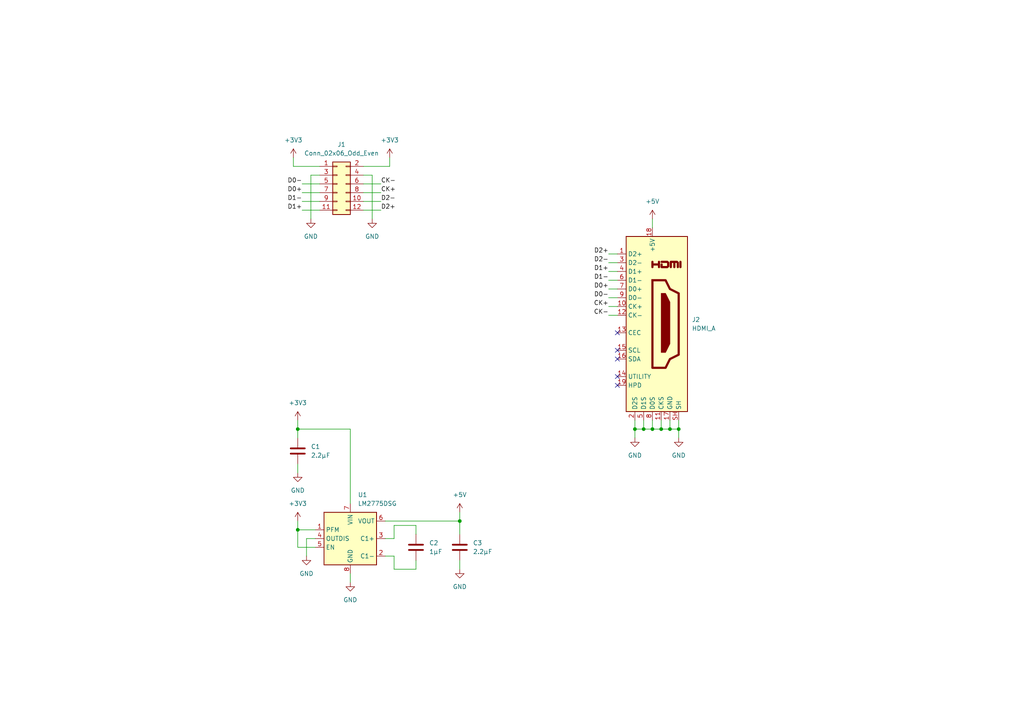
<source format=kicad_sch>
(kicad_sch (version 20231120) (generator "eeschema") (generator_version "8.0")
  (paper "A4")
  (title_block (title "HDMI Pmod") (date "2024-02-18") (rev "v1.0") (company "Spark Engineering"))
  (lib_symbols
    (symbol "Connector:HDMI_A"
      (property "Reference" "J" (at -6.35 26.67 0))
      (property "Value" "HDMI_A" (at 10.16 26.67 0))
      (symbol "HDMI_A_0_0"
        (polyline (pts (xy 8.128 16.51) (xy 8.128 18.034)) (stroke (width 0.635)))
        (polyline (pts (xy 0 16.51) (xy 0 18.034) (xy 0 17.272) (xy 1.905 17.272) (xy 1.905 18.034) (xy 1.905 16.51)) (stroke (width 0.635)))
        (polyline (pts (xy 2.667 18.034) (xy 4.318 18.034) (xy 4.572 17.78) (xy 4.572 16.764) (xy 4.318 16.51) (xy 2.667 16.51) (xy 2.667 17.272)) (stroke (width 0.635)))
      )
      (symbol "HDMI_A_0_1"
        (rectangle (start -7.62 25.4) (end 10.16 -25.4) (stroke (width 0.254)) (fill (type background)))
        (polyline (pts (xy 2.54 8.89) (xy 3.81 8.89) (xy 5.08 6.35) (xy 5.08 -5.715) (xy 3.81 -8.255) (xy 2.54 -8.255) (xy 2.54 8.89)) (fill (type outline)))
        (polyline (pts (xy 5.334 16.51) (xy 5.334 18.034) (xy 6.35 18.034) (xy 6.35 16.51) (xy 6.35 18.034) (xy 7.112 18.034) (xy 7.366 17.78) (xy 7.366 16.51)) (stroke (width 0.635)))
        (polyline (pts (xy 0 12.7) (xy 0 -12.7) (xy 3.81 -12.7) (xy 5.08 -10.16) (xy 7.62 -8.89) (xy 7.62 8.89) (xy 5.08 10.16) (xy 3.81 12.7) (xy 0 12.7)) (stroke (width 0.635)))
      )
      (symbol "HDMI_A_1_1"
        (pin passive line (at -10.16 20.32 0) (length 2.54) (name "D2+") (number "1"))
        (pin passive line (at -10.16 5.08 0) (length 2.54) (name "CK+") (number "10"))
        (pin power_in line (at 2.54 -27.94 90) (length 2.54) (name "CKS") (number "11"))
        (pin passive line (at -10.16 2.54 0) (length 2.54) (name "CK-") (number "12"))
        (pin bidirectional line (at -10.16 -2.54 0) (length 2.54) (name "CEC") (number "13"))
        (pin passive line (at -10.16 -15.24 0) (length 2.54) (name "UTILITY") (number "14"))
        (pin passive line (at -10.16 -7.62 0) (length 2.54) (name "SCL") (number "15"))
        (pin bidirectional line (at -10.16 -10.16 0) (length 2.54) (name "SDA") (number "16"))
        (pin power_in line (at 5.08 -27.94 90) (length 2.54) (name "GND") (number "17"))
        (pin power_in line (at 0 27.94 270) (length 2.54) (name "+5V") (number "18"))
        (pin passive line (at -10.16 -17.78 0) (length 2.54) (name "HPD") (number "19"))
        (pin power_in line (at -5.08 -27.94 90) (length 2.54) (name "D2S") (number "2"))
        (pin passive line (at -10.16 17.78 0) (length 2.54) (name "D2-") (number "3"))
        (pin passive line (at -10.16 15.24 0) (length 2.54) (name "D1+") (number "4"))
        (pin power_in line (at -2.54 -27.94 90) (length 2.54) (name "D1S") (number "5"))
        (pin passive line (at -10.16 12.7 0) (length 2.54) (name "D1-") (number "6"))
        (pin passive line (at -10.16 10.16 0) (length 2.54) (name "D0+") (number "7"))
        (pin power_in line (at 0 -27.94 90) (length 2.54) (name "D0S") (number "8"))
        (pin passive line (at -10.16 7.62 0) (length 2.54) (name "D0-") (number "9"))
        (pin passive line (at 7.62 -27.94 90) (length 2.54) (name "SH") (number "SH"))
      )
    )
    (symbol "Connector_Generic:Conn_02x06_Odd_Even" (pin_names (offset 1.016) hide)
      (property "Reference" "J" (at 1.27 7.62 0))
      (property "Value" "Conn_02x06_Odd_Even" (at 1.27 -10.16 0))
      (symbol "Conn_02x06_Odd_Even_1_1"
        (rectangle (start -1.27 -7.493) (end 0 -7.747) (stroke (width 0.1524)))
        (rectangle (start -1.27 -4.953) (end 0 -5.207) (stroke (width 0.1524)))
        (rectangle (start -1.27 -2.413) (end 0 -2.667) (stroke (width 0.1524)))
        (rectangle (start -1.27 0.127) (end 0 -0.127) (stroke (width 0.1524)))
        (rectangle (start -1.27 2.667) (end 0 2.413) (stroke (width 0.1524)))
        (rectangle (start -1.27 5.207) (end 0 4.953) (stroke (width 0.1524)))
        (rectangle (start -1.27 6.35) (end 3.81 -8.89) (stroke (width 0.254)) (fill (type background)))
        (rectangle (start 3.81 -7.493) (end 2.54 -7.747) (stroke (width 0.1524)))
        (rectangle (start 3.81 -4.953) (end 2.54 -5.207) (stroke (width 0.1524)))
        (rectangle (start 3.81 -2.413) (end 2.54 -2.667) (stroke (width 0.1524)))
        (rectangle (start 3.81 0.127) (end 2.54 -0.127) (stroke (width 0.1524)))
        (rectangle (start 3.81 2.667) (end 2.54 2.413) (stroke (width 0.1524)))
        (rectangle (start 3.81 5.207) (end 2.54 4.953) (stroke (width 0.1524)))
        (pin passive line (at -5.08 5.08 0) (length 3.81) (name "Pin_1") (number "1"))
        (pin passive line (at 7.62 -5.08 180) (length 3.81) (name "Pin_10") (number "10"))
        (pin passive line (at -5.08 -7.62 0) (length 3.81) (name "Pin_11") (number "11"))
        (pin passive line (at 7.62 -7.62 180) (length 3.81) (name "Pin_12") (number "12"))
        (pin passive line (at 7.62 5.08 180) (length 3.81) (name "Pin_2") (number "2"))
        (pin passive line (at -5.08 2.54 0) (length 3.81) (name "Pin_3") (number "3"))
        (pin passive line (at 7.62 2.54 180) (length 3.81) (name "Pin_4") (number "4"))
        (pin passive line (at -5.08 0 0) (length 3.81) (name "Pin_5") (number "5"))
        (pin passive line (at 7.62 0 180) (length 3.81) (name "Pin_6") (number "6"))
        (pin passive line (at -5.08 -2.54 0) (length 3.81) (name "Pin_7") (number "7"))
        (pin passive line (at 7.62 -2.54 180) (length 3.81) (name "Pin_8") (number "8"))
        (pin passive line (at -5.08 -5.08 0) (length 3.81) (name "Pin_9") (number "9"))
      )
    )
    (symbol "Device:C" (pin_numbers hide) (pin_names (offset 0.254))
      (property "Reference" "C" (at 0.635 2.54 0))
      (property "Value" "C" (at 0.635 -2.54 0))
      (symbol "C_0_1"
        (polyline (pts (xy -2.032 -0.762) (xy 2.032 -0.762)) (stroke (width 0.508)))
        (polyline (pts (xy -2.032 0.762) (xy 2.032 0.762)) (stroke (width 0.508)))
      )
      (symbol "C_1_1"
        (pin passive line (at 0 3.81 270) (length 2.794) (name "~") (number "1"))
        (pin passive line (at 0 -3.81 90) (length 2.794) (name "~") (number "2"))
      )
    )
    (symbol "Regulator_SwitchedCapacitor:LM2775DSG"
      (property "Reference" "U" (at -7.62 8.89 0))
      (property "Value" "LM2775DSG" (at 6.35 8.89 0))
      (symbol "LM2775DSG_0_1"
        (rectangle (start -7.62 7.62) (end 7.62 -7.62) (stroke (width 0.254)) (fill (type background)))
      )
      (symbol "LM2775DSG_1_1"
        (pin input line (at -10.16 2.54 0) (length 2.54) (name "PFM") (number "1"))
        (pin passive line (at 10.16 -5.08 180) (length 2.54) (name "C1-") (number "2"))
        (pin passive line (at 10.16 0 180) (length 2.54) (name "C1+") (number "3"))
        (pin input line (at -10.16 0 0) (length 2.54) (name "OUTDIS") (number "4"))
        (pin input line (at -10.16 -2.54 0) (length 2.54) (name "EN") (number "5"))
        (pin power_out line (at 10.16 5.08 180) (length 2.54) (name "VOUT") (number "6"))
        (pin power_in line (at 0 10.16 270) (length 2.54) (name "VIN") (number "7"))
        (pin power_in line (at 0 -10.16 90) (length 2.54) (name "GND") (number "8"))
        (pin passive line (at 0 -10.16 90) (length 2.54) hide (name "GND") (number "9"))
      )
    )
    (symbol "power:+3V3" (power) (pin_names (offset 0))
      (property "Value" "+3V3" (at 0 3.556 0))
      (symbol "+3V3_0_1"
        (polyline (pts (xy -0.762 1.27) (xy 0 2.54)))
        (polyline (pts (xy 0 0) (xy 0 2.54)))
        (polyline (pts (xy 0 2.54) (xy 0.762 1.27)))
      )
      (symbol "+3V3_1_1"
        (pin power_in line (at 0 0 90) (length 0) hide (name "+3V3") (number "1"))
      )
    )
    (symbol "power:+5V" (power) (pin_names (offset 0))
      (property "Value" "+5V" (at 0 3.556 0))
      (symbol "+5V_0_1"
        (polyline (pts (xy -0.762 1.27) (xy 0 2.54)))
        (polyline (pts (xy 0 0) (xy 0 2.54)))
        (polyline (pts (xy 0 2.54) (xy 0.762 1.27)))
      )
      (symbol "+5V_1_1"
        (pin power_in line (at 0 0 90) (length 0) hide (name "+5V") (number "1"))
      )
    )
    (symbol "power:GND" (power) (pin_names (offset 0))
      (property "Value" "GND" (at 0 -3.81 0))
      (symbol "GND_0_1"
        (polyline (pts (xy 0 0) (xy 0 -1.27) (xy 1.27 -1.27) (xy 0 -2.54) (xy -1.27 -1.27) (xy 0 -1.27)))
      )
      (symbol "GND_1_1"
        (pin power_in line (at 0 0 270) (length 0) hide (name "GND") (number "1"))
      )
    )
  )
  (junction (at 86.36 124.46))
  (junction (at 133.35 151.13))
  (junction (at 191.77 124.46))
  (junction (at 86.36 153.67))
  (junction (at 186.69 124.46))
  (junction (at 189.23 124.46))
  (junction (at 196.85 124.46))
  (junction (at 194.31 124.46))
  (junction (at 184.15 124.46))
  (no_connect (at 179.07 111.76))
  (no_connect (at 179.07 96.52))
  (no_connect (at 179.07 104.14))
  (no_connect (at 179.07 101.6))
  (no_connect (at 179.07 109.22))
  (wire (pts (xy 189.23 121.92) (xy 189.23 124.46)))
  (wire (pts (xy 194.31 121.92) (xy 194.31 124.46)))
  (wire (pts (xy 105.41 55.88) (xy 110.49 55.88)))
  (wire (pts (xy 189.23 63.5) (xy 189.23 66.04)))
  (wire (pts (xy 176.53 91.44) (xy 179.07 91.44)))
  (wire (pts (xy 191.77 121.92) (xy 191.77 124.46)))
  (wire (pts (xy 186.69 124.46) (xy 189.23 124.46)))
  (wire (pts (xy 176.53 81.28) (xy 179.07 81.28)))
  (wire (pts (xy 176.53 78.74) (xy 179.07 78.74)))
  (wire (pts (xy 191.77 124.46) (xy 194.31 124.46)))
  (wire (pts (xy 86.36 124.46) (xy 101.6 124.46)))
  (wire (pts (xy 194.31 124.46) (xy 196.85 124.46)))
  (wire (pts (xy 87.63 60.96) (xy 92.71 60.96)))
  (wire (pts (xy 176.53 73.66) (xy 179.07 73.66)))
  (wire (pts (xy 196.85 124.46) (xy 196.85 127)))
  (wire (pts (xy 86.36 151.13) (xy 86.36 153.67)))
  (wire (pts (xy 184.15 121.92) (xy 184.15 124.46)))
  (wire (pts (xy 85.09 48.26) (xy 85.09 45.72)))
  (wire (pts (xy 176.53 86.36) (xy 179.07 86.36)))
  (wire (pts (xy 101.6 166.37) (xy 101.6 168.91)))
  (wire (pts (xy 114.3 161.29) (xy 114.3 165.1)))
  (wire (pts (xy 184.15 127) (xy 184.15 124.46)))
  (wire (pts (xy 133.35 148.59) (xy 133.35 151.13)))
  (wire (pts (xy 86.36 134.62) (xy 86.36 137.16)))
  (wire (pts (xy 90.17 50.8) (xy 90.17 63.5)))
  (wire (pts (xy 120.65 165.1) (xy 120.65 162.56)))
  (wire (pts (xy 105.41 53.34) (xy 110.49 53.34)))
  (wire (pts (xy 91.44 156.21) (xy 88.9 156.21)))
  (wire (pts (xy 176.53 83.82) (xy 179.07 83.82)))
  (wire (pts (xy 87.63 58.42) (xy 92.71 58.42)))
  (wire (pts (xy 176.53 76.2) (xy 179.07 76.2)))
  (wire (pts (xy 133.35 154.94) (xy 133.35 151.13)))
  (wire (pts (xy 105.41 60.96) (xy 110.49 60.96)))
  (wire (pts (xy 189.23 124.46) (xy 191.77 124.46)))
  (wire (pts (xy 105.41 48.26) (xy 113.03 48.26)))
  (wire (pts (xy 111.76 161.29) (xy 114.3 161.29)))
  (wire (pts (xy 184.15 124.46) (xy 186.69 124.46)))
  (wire (pts (xy 111.76 156.21) (xy 114.3 156.21)))
  (wire (pts (xy 114.3 152.4) (xy 114.3 156.21)))
  (wire (pts (xy 90.17 50.8) (xy 92.71 50.8)))
  (wire (pts (xy 120.65 154.94) (xy 120.65 152.4)))
  (wire (pts (xy 133.35 162.56) (xy 133.35 165.1)))
  (wire (pts (xy 87.63 53.34) (xy 92.71 53.34)))
  (wire (pts (xy 105.41 50.8) (xy 107.95 50.8)))
  (wire (pts (xy 85.09 48.26) (xy 92.71 48.26)))
  (wire (pts (xy 86.36 153.67) (xy 91.44 153.67)))
  (wire (pts (xy 114.3 165.1) (xy 120.65 165.1)))
  (wire (pts (xy 133.35 151.13) (xy 111.76 151.13)))
  (wire (pts (xy 196.85 124.46) (xy 196.85 121.92)))
  (wire (pts (xy 113.03 45.72) (xy 113.03 48.26)))
  (wire (pts (xy 105.41 58.42) (xy 110.49 58.42)))
  (wire (pts (xy 87.63 55.88) (xy 92.71 55.88)))
  (wire (pts (xy 88.9 156.21) (xy 88.9 161.29)))
  (wire (pts (xy 86.36 124.46) (xy 86.36 121.92)))
  (wire (pts (xy 91.44 158.75) (xy 86.36 158.75)))
  (wire (pts (xy 120.65 152.4) (xy 114.3 152.4)))
  (wire (pts (xy 186.69 121.92) (xy 186.69 124.46)))
  (wire (pts (xy 176.53 88.9) (xy 179.07 88.9)))
  (wire (pts (xy 86.36 153.67) (xy 86.36 158.75)))
  (wire (pts (xy 101.6 124.46) (xy 101.6 146.05)))
  (wire (pts (xy 86.36 127) (xy 86.36 124.46)))
  (wire (pts (xy 107.95 50.8) (xy 107.95 63.5)))
  (label "D0-" (at 87.63 53.34 180))
  (label "CK+" (at 176.53 88.9 180))
  (label "D0-" (at 176.53 86.36 180))
  (label "D1-" (at 176.53 81.28 180))
  (label "D0+" (at 176.53 83.82 180))
  (label "D1-" (at 87.63 58.42 180))
  (label "D2-" (at 110.49 58.42 0))
  (label "D2+" (at 110.49 60.96 0))
  (label "D1+" (at 176.53 78.74 180))
  (label "D1+" (at 87.63 60.96 180))
  (label "CK-" (at 110.49 53.34 0))
  (label "D2+" (at 176.53 73.66 180))
  (label "CK-" (at 176.53 91.44 180))
  (label "D2-" (at 176.53 76.2 180))
  (label "CK+" (at 110.49 55.88 0))
  (label "D0+" (at 87.63 55.88 180))
  (symbol (lib_id "Device:C") (at 120.65 158.75 0) (unit 1)
    (property "Reference" "C2" (at 124.46 157.48 0) (effects (justify left)))
    (property "Value" "1µF" (at 124.46 160.02 0) (effects (justify left)))
    (property "Footprint" "Capacitor_SMD:C_0402_1005Metric" (effects (hide yes)))
    (property "MPN" "GRM155R61C105KA12D" (effects (hide yes)))
    (property "MFG" "Murata Electronics" (effects (hide yes)))
    (property "OC_Mouser" "81-GRM155R61C105KA2D" (effects (hide yes)))
    (property "OC_LCSC" "C77006" (effects (hide yes)))
  )
  (symbol (lib_id "power:+3V3") (at 85.09 45.72 0) (unit 1)
    (property "Reference" "#PWR01" (effects (hide yes)))
    (property "Value" "+3V3" (at 85.09 40.64 0))
  )
  (symbol (lib_id "Connector_Generic:Conn_02x06_Odd_Even") (at 97.79 53.34 0) (unit 1)
    (property "Reference" "J1" (at 99.06 41.91 0))
    (property "Value" "Conn_02x06_Odd_Even" (at 99.06 44.45 0))
    (property "Footprint" "hdmi-pmod:PinHeader_2x06_P2.54mm_Horizontal" (effects (hide yes)))
    (property "MPN" "826634-6" (effects (hide yes)))
    (property "MFG" "TE Connectivity" (effects (hide yes)))
    (property "OC_Mouser" "571-826634-6" (effects (hide yes)))
  )
  (symbol (lib_id "Device:C") (at 133.35 158.75 0) (unit 1)
    (property "Reference" "C3" (at 137.16 157.48 0) (effects (justify left)))
    (property "Value" "2.2µF" (at 137.16 160.02 0) (effects (justify left)))
    (property "Footprint" "Capacitor_SMD:C_0402_1005Metric" (effects (hide yes)))
    (property "MPN" "GRM155R61C225KE11D" (effects (hide yes)))
    (property "MFG" "Murata Electronics" (effects (hide yes)))
    (property "OC_Mouser" "81-GRM155R61C225KE1D" (effects (hide yes)))
    (property "OC_LCSC" "C88944" (effects (hide yes)))
  )
  (symbol (lib_id "power:GND") (at 196.85 127 0) (unit 1)
    (property "Reference" "#PWR014" (effects (hide yes)))
    (property "Value" "GND" (at 196.85 132.08 0))
  )
  (symbol (lib_id "power:+5V") (at 189.23 63.5 0) (unit 1)
    (property "Reference" "#PWR013" (effects (hide yes)))
    (property "Value" "+5V" (at 189.23 58.42 0))
  )
  (symbol (lib_id "power:GND") (at 107.95 63.5 0) (unit 1)
    (property "Reference" "#PWR08" (effects (hide yes)))
    (property "Value" "GND" (at 107.95 68.58 0))
  )
  (symbol (lib_id "Device:C") (at 86.36 130.81 0) (unit 1)
    (property "Reference" "C1" (at 90.17 129.54 0) (effects (justify left)))
    (property "Value" "2.2µF" (at 90.17 132.08 0) (effects (justify left)))
    (property "Footprint" "Capacitor_SMD:C_0402_1005Metric" (effects (hide yes)))
    (property "MPN" "GRM155R61C225KE11D" (effects (hide yes)))
    (property "MFG" "Murata Electronics" (effects (hide yes)))
    (property "OC_Mouser" "81-GRM155R61C225KE1D" (effects (hide yes)))
    (property "OC_LCSC" "C88944" (effects (hide yes)))
  )
  (symbol (lib_id "power:GND") (at 101.6 168.91 0) (unit 1)
    (property "Reference" "#PWR07" (effects (hide yes)))
    (property "Value" "GND" (at 101.6 173.99 0))
  )
  (symbol (lib_id "power:+5V") (at 133.35 148.59 0) (unit 1)
    (property "Reference" "#PWR010" (effects (hide yes)))
    (property "Value" "+5V" (at 133.35 143.51 0))
  )
  (symbol (lib_id "power:+3V3") (at 113.03 45.72 0) (unit 1)
    (property "Reference" "#PWR09" (effects (hide yes)))
    (property "Value" "+3V3" (at 113.03 40.64 0))
  )
  (symbol (lib_id "Connector:HDMI_A") (at 189.23 93.98 0) (unit 1)
    (property "Reference" "J2" (at 200.66 92.71 0) (effects (justify left)))
    (property "Value" "HDMI_A" (at 200.66 95.25 0) (effects (justify left)))
    (property "Footprint" "hdmi-pmod:HDMI_A_Molex_208658-1001_Horizontal" (effects (hide yes)))
    (property "MPN" "208658-1001" (effects (hide yes)))
    (property "MFG" "Molex" (effects (hide yes)))
    (property "OC_Mouser" "538-208658-1001" (effects (hide yes)))
  )
  (symbol (lib_id "power:GND") (at 88.9 161.29 0) (unit 1)
    (property "Reference" "#PWR05" (effects (hide yes)))
    (property "Value" "GND" (at 88.9 166.37 0))
  )
  (symbol (lib_id "Regulator_SwitchedCapacitor:LM2775DSG") (at 101.6 156.21 0) (unit 1)
    (property "Reference" "U1" (at 103.7941 143.51 0) (effects (justify left)))
    (property "Value" "LM2775DSG" (at 103.7941 146.05 0) (effects (justify left)))
    (property "Footprint" "Package_SON:WSON-8-1EP_2x2mm_P0.5mm_EP0.9x1.6mm" (effects (hide yes)))
    (property "MPN" "LM2775DSGT" (effects (hide yes)))
    (property "MFG" "Texas Instruments" (effects (hide yes)))
    (property "OC_Mouser" "595-LM2775DSGT" (effects (hide yes)))
    (property "OC_LCSC" "C2070762" (effects (hide yes)))
  )
  (symbol (lib_id "power:+3V3") (at 86.36 151.13 0) (unit 1)
    (property "Reference" "#PWR04" (effects (hide yes)))
    (property "Value" "+3V3" (at 86.36 146.05 0))
  )
  (symbol (lib_id "power:GND") (at 90.17 63.5 0) (unit 1)
    (property "Reference" "#PWR06" (effects (hide yes)))
    (property "Value" "GND" (at 90.17 68.58 0))
  )
  (symbol (lib_id "power:+3V3") (at 86.36 121.92 0) (unit 1)
    (property "Reference" "#PWR02" (effects (hide yes)))
    (property "Value" "+3V3" (at 86.36 116.84 0))
  )
  (symbol (lib_id "power:GND") (at 184.15 127 0) (unit 1)
    (property "Reference" "#PWR012" (effects (hide yes)))
    (property "Value" "GND" (at 184.15 132.08 0))
  )
  (symbol (lib_id "power:GND") (at 86.36 137.16 0) (unit 1)
    (property "Reference" "#PWR03" (effects (hide yes)))
    (property "Value" "GND" (at 86.36 142.24 0))
  )
  (symbol (lib_id "power:GND") (at 133.35 165.1 0) (unit 1)
    (property "Reference" "#PWR011" (effects (hide yes)))
    (property "Value" "GND" (at 133.35 170.18 0))
  )
)
</source>
